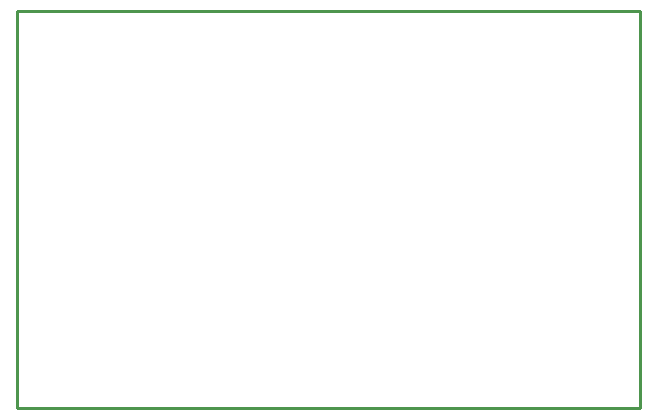
<source format=gbr>
G04 EAGLE Gerber RS-274X export*
G75*
%MOMM*%
%FSLAX34Y34*%
%LPD*%
%IN*%
%IPPOS*%
%AMOC8*
5,1,8,0,0,1.08239X$1,22.5*%
G01*
%ADD10C,0.254000*%


D10*
X0Y0D02*
X527050Y0D01*
X527050Y336550D01*
X25400Y336550D01*
X31650Y336450D01*
X0Y336450D01*
X0Y0D01*
M02*

</source>
